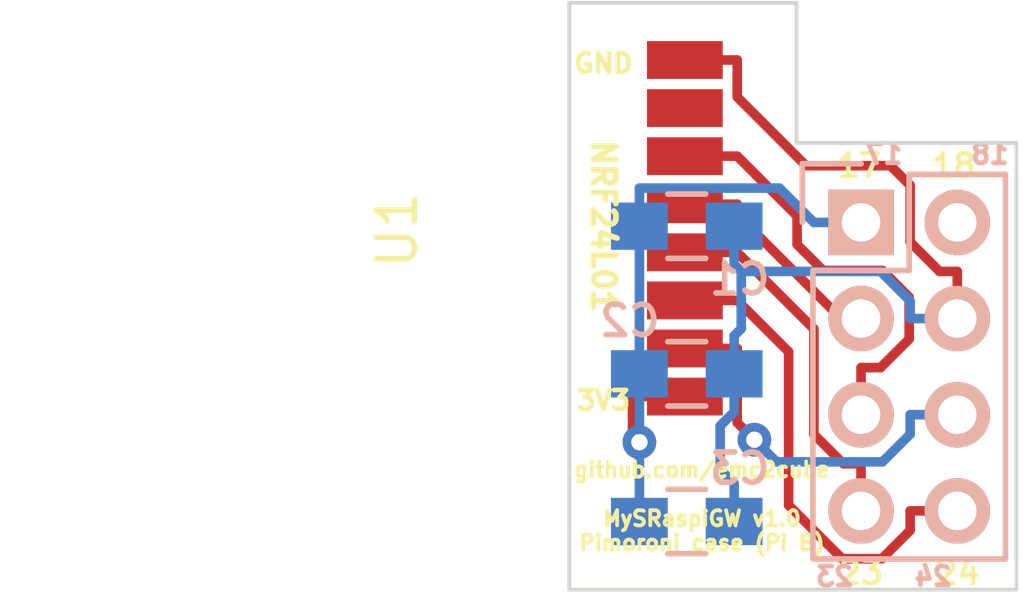
<source format=kicad_pcb>
(kicad_pcb (version 4) (host pcbnew 4.0.2-stable)

  (general
    (links 13)
    (no_connects 0)
    (area 38.070199 30.120199 65.729801 46.0625)
    (thickness 1.6002)
    (drawings 18)
    (tracks 71)
    (zones 0)
    (modules 5)
    (nets 10)
  )

  (page A4)
  (layers
    (0 Top signal)
    (31 Bottom signal)
    (32 B.Adhes user)
    (33 F.Adhes user)
    (34 B.Paste user)
    (35 F.Paste user)
    (36 B.SilkS user)
    (37 F.SilkS user)
    (38 B.Mask user)
    (39 F.Mask user)
    (40 Dwgs.User user)
    (41 Cmts.User user)
    (42 Eco1.User user)
    (43 Eco2.User user)
    (44 Edge.Cuts user)
    (45 Margin user)
    (46 B.CrtYd user)
    (47 F.CrtYd user)
    (48 B.Fab user)
    (49 F.Fab user)
  )

  (setup
    (last_trace_width 0.254)
    (trace_clearance 0.254)
    (zone_clearance 0.508)
    (zone_45_only no)
    (trace_min 0.1524)
    (segment_width 0.2)
    (edge_width 0.1)
    (via_size 0.889)
    (via_drill 0.4318)
    (via_min_size 0.6858)
    (via_min_drill 0.3302)
    (uvia_size 0.762)
    (uvia_drill 0.508)
    (uvias_allowed no)
    (uvia_min_size 0)
    (uvia_min_drill 0)
    (pcb_text_width 0.3)
    (pcb_text_size 1.5 1.5)
    (mod_edge_width 0.15)
    (mod_text_size 1 1)
    (mod_text_width 0.15)
    (pad_size 1 2)
    (pad_drill 0)
    (pad_to_mask_clearance 0)
    (aux_axis_origin 0 0)
    (visible_elements FFFFFFFF)
    (pcbplotparams
      (layerselection 0x010f0_80000001)
      (usegerberextensions true)
      (excludeedgelayer true)
      (linewidth 0.100000)
      (plotframeref false)
      (viasonmask false)
      (mode 1)
      (useauxorigin false)
      (hpglpennumber 1)
      (hpglpenspeed 20)
      (hpglpendiameter 15)
      (hpglpenoverlay 2)
      (psnegative false)
      (psa4output false)
      (plotreference true)
      (plotvalue true)
      (plotinvisibletext false)
      (padsonsilk false)
      (subtractmaskfromsilk false)
      (outputformat 1)
      (mirror false)
      (drillshape 0)
      (scaleselection 1)
      (outputdirectory ""))
  )

  (net 0 "")
  (net 1 +3V3)
  (net 2 GND)
  (net 3 MOSI)
  (net 4 MISO)
  (net 5 CE)
  (net 6 SCK)
  (net 7 CSN)
  (net 8 "Net-(U1-Pad8)")
  (net 9 "Net-(P1-Pad2)")

  (net_class Default "Ceci est la Netclass par défaut"
    (clearance 0.254)
    (trace_width 0.254)
    (via_dia 0.889)
    (via_drill 0.4318)
    (uvia_dia 0.762)
    (uvia_drill 0.508)
    (add_net +3V3)
    (add_net CE)
    (add_net CSN)
    (add_net GND)
    (add_net MISO)
    (add_net MOSI)
    (add_net "Net-(P1-Pad2)")
    (add_net "Net-(U1-Pad8)")
    (add_net SCK)
  )

  (net_class VCC ""
    (clearance 0.3048)
    (trace_width 0.508)
    (via_dia 1.143)
    (via_drill 0.635)
    (uvia_dia 0.762)
    (uvia_drill 0.508)
  )

  (module Capacitors_SMD:C_0805_HandSoldering (layer Bottom) (tedit 574CC7A5) (tstamp 573AD2DE)
    (at 56.5 36.4)
    (descr "Capacitor SMD 0805, hand soldering")
    (tags "capacitor 0805")
    (path /573AD2DF)
    (attr smd)
    (fp_text reference C1 (at 1.4 1.4) (layer B.SilkS)
      (effects (font (size 0.8 0.8) (thickness 0.15)) (justify mirror))
    )
    (fp_text value 0.1µF (at 0 -2.1) (layer B.Fab)
      (effects (font (size 1 1) (thickness 0.15)) (justify mirror))
    )
    (fp_line (start -2.3 1) (end 2.3 1) (layer B.CrtYd) (width 0.05))
    (fp_line (start -2.3 -1) (end 2.3 -1) (layer B.CrtYd) (width 0.05))
    (fp_line (start -2.3 1) (end -2.3 -1) (layer B.CrtYd) (width 0.05))
    (fp_line (start 2.3 1) (end 2.3 -1) (layer B.CrtYd) (width 0.05))
    (fp_line (start 0.5 0.85) (end -0.5 0.85) (layer B.SilkS) (width 0.15))
    (fp_line (start -0.5 -0.85) (end 0.5 -0.85) (layer B.SilkS) (width 0.15))
    (pad 1 smd rect (at -1.25 0) (size 1.5 1.25) (layers Bottom B.Paste B.Mask)
      (net 1 +3V3))
    (pad 2 smd rect (at 1.25 0) (size 1.5 1.25) (layers Bottom B.Paste B.Mask)
      (net 2 GND))
    (model Capacitors_SMD.3dshapes/C_0805_HandSoldering.wrl
      (at (xyz 0 0 0))
      (scale (xyz 1 1 1))
      (rotate (xyz 0 0 0))
    )
  )

  (module Capacitors_SMD:C_0805_HandSoldering (layer Bottom) (tedit 574CC793) (tstamp 573AD2E4)
    (at 56.5 40.3)
    (descr "Capacitor SMD 0805, hand soldering")
    (tags "capacitor 0805")
    (path /5701C54D)
    (attr smd)
    (fp_text reference C2 (at -1.5 -1.4) (layer B.SilkS)
      (effects (font (size 0.8 0.8) (thickness 0.15)) (justify mirror))
    )
    (fp_text value 4.7µF (at 0 -2.1) (layer B.Fab)
      (effects (font (size 1 1) (thickness 0.15)) (justify mirror))
    )
    (fp_line (start -2.3 1) (end 2.3 1) (layer B.CrtYd) (width 0.05))
    (fp_line (start -2.3 -1) (end 2.3 -1) (layer B.CrtYd) (width 0.05))
    (fp_line (start -2.3 1) (end -2.3 -1) (layer B.CrtYd) (width 0.05))
    (fp_line (start 2.3 1) (end 2.3 -1) (layer B.CrtYd) (width 0.05))
    (fp_line (start 0.5 0.85) (end -0.5 0.85) (layer B.SilkS) (width 0.15))
    (fp_line (start -0.5 -0.85) (end 0.5 -0.85) (layer B.SilkS) (width 0.15))
    (pad 1 smd rect (at -1.25 0) (size 1.5 1.25) (layers Bottom B.Paste B.Mask)
      (net 1 +3V3))
    (pad 2 smd rect (at 1.25 0) (size 1.5 1.25) (layers Bottom B.Paste B.Mask)
      (net 2 GND))
    (model Capacitors_SMD.3dshapes/C_0805_HandSoldering.wrl
      (at (xyz 0 0 0))
      (scale (xyz 1 1 1))
      (rotate (xyz 0 0 0))
    )
  )

  (module Capacitors_SMD:C_0805_HandSoldering (layer Bottom) (tedit 574CC79A) (tstamp 573AD2EA)
    (at 56.5 44.2)
    (descr "Capacitor SMD 0805, hand soldering")
    (tags "capacitor 0805")
    (path /573AD311)
    (attr smd)
    (fp_text reference C3 (at 1.4 -1.4) (layer B.SilkS)
      (effects (font (size 0.8 0.8) (thickness 0.15)) (justify mirror))
    )
    (fp_text value 47µF (at 0 -2.1) (layer B.Fab)
      (effects (font (size 1 1) (thickness 0.15)) (justify mirror))
    )
    (fp_line (start -2.3 1) (end 2.3 1) (layer B.CrtYd) (width 0.05))
    (fp_line (start -2.3 -1) (end 2.3 -1) (layer B.CrtYd) (width 0.05))
    (fp_line (start -2.3 1) (end -2.3 -1) (layer B.CrtYd) (width 0.05))
    (fp_line (start 2.3 1) (end 2.3 -1) (layer B.CrtYd) (width 0.05))
    (fp_line (start 0.5 0.85) (end -0.5 0.85) (layer B.SilkS) (width 0.15))
    (fp_line (start -0.5 -0.85) (end 0.5 -0.85) (layer B.SilkS) (width 0.15))
    (pad 1 smd rect (at -1.25 0) (size 1.5 1.25) (layers Bottom B.Paste B.Mask)
      (net 1 +3V3))
    (pad 2 smd rect (at 1.25 0) (size 1.5 1.25) (layers Bottom B.Paste B.Mask)
      (net 2 GND))
    (model Capacitors_SMD.3dshapes/C_0805_HandSoldering.wrl
      (at (xyz 0 0 0))
      (scale (xyz 1 1 1))
      (rotate (xyz 0 0 0))
    )
  )

  (module Socket_Strips:Socket_Strip_Straight_2x04 (layer Bottom) (tedit 574CC74C) (tstamp 574CBF27)
    (at 61.1 36.3 270)
    (descr "Through hole socket strip")
    (tags "socket strip")
    (path /573ACFFE)
    (fp_text reference P1 (at 0.1 0 360) (layer B.SilkS) hide
      (effects (font (size 1 1) (thickness 0.15)) (justify mirror))
    )
    (fp_text value CONN_02X04 (at 0 3.1 270) (layer B.Fab)
      (effects (font (size 1 1) (thickness 0.15)) (justify mirror))
    )
    (fp_line (start -1.75 1.75) (end -1.75 -4.3) (layer B.CrtYd) (width 0.05))
    (fp_line (start 9.4 1.75) (end 9.4 -4.3) (layer B.CrtYd) (width 0.05))
    (fp_line (start -1.75 1.75) (end 9.4 1.75) (layer B.CrtYd) (width 0.05))
    (fp_line (start -1.75 -4.3) (end 9.4 -4.3) (layer B.CrtYd) (width 0.05))
    (fp_line (start 1.27 1.27) (end 8.89 1.27) (layer B.SilkS) (width 0.15))
    (fp_line (start 8.89 1.27) (end 8.89 -3.81) (layer B.SilkS) (width 0.15))
    (fp_line (start 8.89 -3.81) (end -1.27 -3.81) (layer B.SilkS) (width 0.15))
    (fp_line (start -1.27 -3.81) (end -1.27 -1.27) (layer B.SilkS) (width 0.15))
    (fp_line (start 0 1.55) (end -1.55 1.55) (layer B.SilkS) (width 0.15))
    (fp_line (start -1.27 -1.27) (end 1.27 -1.27) (layer B.SilkS) (width 0.15))
    (fp_line (start 1.27 -1.27) (end 1.27 1.27) (layer B.SilkS) (width 0.15))
    (fp_line (start -1.55 1.55) (end -1.55 0) (layer B.SilkS) (width 0.15))
    (pad 1 thru_hole rect (at 0 0 270) (size 1.7272 1.7272) (drill 1.016) (layers *.Cu *.Mask B.SilkS)
      (net 1 +3V3))
    (pad 2 thru_hole oval (at 0 -2.54 270) (size 1.7272 1.7272) (drill 1.016) (layers *.Cu *.Mask B.SilkS)
      (net 9 "Net-(P1-Pad2)"))
    (pad 3 thru_hole oval (at 2.54 0 270) (size 1.7272 1.7272) (drill 1.016) (layers *.Cu *.Mask B.SilkS)
      (net 3 MOSI))
    (pad 4 thru_hole oval (at 2.54 -2.54 270) (size 1.7272 1.7272) (drill 1.016) (layers *.Cu *.Mask B.SilkS)
      (net 2 GND))
    (pad 5 thru_hole oval (at 5.08 0 270) (size 1.7272 1.7272) (drill 1.016) (layers *.Cu *.Mask B.SilkS)
      (net 4 MISO))
    (pad 6 thru_hole oval (at 5.08 -2.54 270) (size 1.7272 1.7272) (drill 1.016) (layers *.Cu *.Mask B.SilkS)
      (net 5 CE))
    (pad 7 thru_hole oval (at 7.62 0 270) (size 1.7272 1.7272) (drill 1.016) (layers *.Cu *.Mask B.SilkS)
      (net 6 SCK))
    (pad 8 thru_hole oval (at 7.62 -2.54 270) (size 1.7272 1.7272) (drill 1.016) (layers *.Cu *.Mask B.SilkS)
      (net 7 CSN))
    (model Socket_Strips.3dshapes/Socket_Strip_Straight_2x04.wrl
      (at (xyz 0.15 -0.05 0))
      (scale (xyz 1 1 1))
      (rotate (xyz 0 0 180))
    )
  )

  (module mysensors_radios:NRF24L01_PA_LNA-SMD (layer Top) (tedit 574A9E44) (tstamp 5765B8B9)
    (at 47.75 36.5 90)
    (path /56F8DB79)
    (fp_text reference U1 (at 0 1.1 90) (layer F.SilkS)
      (effects (font (size 1 1) (thickness 0.15)))
    )
    (fp_text value NRF24L01 (at 0 -4.8 90) (layer F.Fab)
      (effects (font (size 1 1) (thickness 0.15)))
    )
    (fp_line (start -6 -2.8) (end 6 -2.8) (layer F.CrtYd) (width 0.15))
    (fp_line (start -6 8.7) (end -6 -9.3) (layer F.CrtYd) (width 0.15))
    (fp_line (start 6 8.7) (end -6 8.7) (layer F.CrtYd) (width 0.15))
    (fp_line (start 6 -9.3) (end 6 8.7) (layer F.CrtYd) (width 0.15))
    (fp_line (start -6 -9.3) (end 6 -9.3) (layer F.CrtYd) (width 0.15))
    (pad 2 smd rect (at -4.4 8.7 90) (size 1 2) (layers Top F.Paste F.Mask)
      (net 1 +3V3))
    (pad 3 smd rect (at -3.13 8.7 90) (size 1 2) (layers Top F.Paste F.Mask)
      (net 5 CE))
    (pad 4 smd rect (at -1.86 8.7 90) (size 1 2) (layers Top F.Paste F.Mask)
      (net 7 CSN))
    (pad 5 smd rect (at -0.59 8.7 90) (size 1 2) (layers Top F.Paste F.Mask)
      (net 6 SCK))
    (pad 6 smd rect (at 0.68 8.7 90) (size 1 2) (layers Top F.Paste F.Mask)
      (net 3 MOSI))
    (pad 7 smd rect (at 1.95 8.7 90) (size 1 2) (layers Top F.Paste F.Mask)
      (net 4 MISO))
    (pad 8 smd rect (at 3.22 8.7 90) (size 1 2) (layers Top F.Paste F.Mask)
      (net 8 "Net-(U1-Pad8)"))
    (pad 1 smd rect (at 4.49 8.7 90) (size 1 2) (layers Top F.Paste F.Mask)
      (net 2 GND))
    (model ${MYSLOCAL}/mysensors.3dshapes/mysensors_radios.3dshapes/nrf24smd.wrl
      (at (xyz -5.7625 2.9 0.03))
      (scale (xyz 0.395 0.395 0.395))
      (rotate (xyz 0 0 0))
    )
    (model Housings_DFN_QFN.3dshapes/QFN-20-1EP_5x5mm_Pitch0.65mm.wrl
      (at (xyz 0.0165 -0.109 0.062))
      (scale (xyz 1 1 1))
      (rotate (xyz 0 0 0))
    )
  )

  (gr_line (start 59.4 30.5) (end 59.4 34.2) (angle 90) (layer Edge.Cuts) (width 0.1))
  (gr_line (start 53.4 30.5) (end 59.4 30.5) (angle 90) (layer Edge.Cuts) (width 0.1))
  (gr_line (start 53.4 46) (end 53.4 30.5) (angle 90) (layer Edge.Cuts) (width 0.1))
  (gr_line (start 65.2 46) (end 53.4 46) (angle 90) (layer Edge.Cuts) (width 0.1))
  (gr_line (start 65.2 34.2) (end 65.2 46) (angle 90) (layer Edge.Cuts) (width 0.1))
  (gr_line (start 59.4 34.2) (end 65.2 34.2) (angle 90) (layer Edge.Cuts) (width 0.1))
  (gr_text 3V3 (at 54.3 41) (layer F.SilkS)
    (effects (font (size 0.5 0.5) (thickness 0.125)))
  )
  (gr_text GND (at 54.3 32.1) (layer F.SilkS)
    (effects (font (size 0.5 0.5) (thickness 0.125)))
  )
  (gr_text "github.com/emc2cube\n\nMySRaspiGW v1.0\nPimoroni case (Pi B)" (at 56.9 43.8) (layer F.SilkS)
    (effects (font (size 0.4 0.4) (thickness 0.1)))
  )
  (gr_text NRF24L01 (at 54.3 36.4 270) (layer F.SilkS)
    (effects (font (size 0.6 0.6) (thickness 0.15)))
  )
  (gr_text 23 (at 60.4 45.65) (layer B.SilkS)
    (effects (font (size 0.5 0.5) (thickness 0.125)) (justify mirror))
  )
  (gr_text 24 (at 63 45.65) (layer B.SilkS)
    (effects (font (size 0.5 0.5) (thickness 0.125)) (justify mirror))
  )
  (gr_text 18 (at 63.55 34.8) (layer F.SilkS)
    (effects (font (size 0.6 0.6) (thickness 0.125)))
  )
  (gr_text 17 (at 61.05 34.8) (layer F.SilkS)
    (effects (font (size 0.6 0.6) (thickness 0.125)))
  )
  (gr_text 23 (at 61.1 45.55) (layer F.SilkS)
    (effects (font (size 0.6 0.6) (thickness 0.125)))
  )
  (gr_text 24 (at 63.65 45.55) (layer F.SilkS)
    (effects (font (size 0.6 0.6) (thickness 0.125)))
  )
  (gr_text 18 (at 64.5 34.5) (layer B.SilkS)
    (effects (font (size 0.5 0.5) (thickness 0.125)) (justify mirror))
  )
  (gr_text 17 (at 61.7 34.5) (layer B.SilkS)
    (effects (font (size 0.5 0.5) (thickness 0.125)) (justify mirror))
  )

  (via (at 55.25 42.1056) (size 0.889) (layers Top Bottom) (net 1))
  (segment (start 58.9488 35.3937) (end 55.25 35.3937) (width 0.254) (layer Bottom) (net 1))
  (segment (start 59.8551 36.3) (end 58.9488 35.3937) (width 0.254) (layer Bottom) (net 1))
  (segment (start 61.1 36.3) (end 59.8551 36.3) (width 0.254) (layer Bottom) (net 1))
  (segment (start 55.25 36.4) (end 55.25 35.3937) (width 0.254) (layer Bottom) (net 1))
  (segment (start 55.25 40.3) (end 55.25 36.4) (width 0.254) (layer Bottom) (net 1))
  (segment (start 56.45 40.9) (end 55.0687 40.9) (width 0.254) (layer Top) (net 1))
  (segment (start 55.0687 41.9243) (end 55.25 42.1056) (width 0.254) (layer Top) (net 1))
  (segment (start 55.0687 40.9) (end 55.0687 41.9243) (width 0.254) (layer Top) (net 1))
  (segment (start 55.25 40.3) (end 55.25 42.1056) (width 0.254) (layer Bottom) (net 1))
  (segment (start 55.25 42.1056) (end 55.25 44.2) (width 0.254) (layer Bottom) (net 1))
  (segment (start 63.64 38.84) (end 62.3951 38.84) (width 0.254) (layer Bottom) (net 2))
  (segment (start 57.75 36.4) (end 57.75 37.4063) (width 0.254) (layer Bottom) (net 2))
  (segment (start 61.6171 37.5951) (end 57.9388 37.5951) (width 0.254) (layer Bottom) (net 2))
  (segment (start 62.3951 38.3731) (end 61.6171 37.5951) (width 0.254) (layer Bottom) (net 2))
  (segment (start 62.3951 38.84) (end 62.3951 38.3731) (width 0.254) (layer Bottom) (net 2))
  (segment (start 57.9388 37.5951) (end 57.75 37.4063) (width 0.254) (layer Bottom) (net 2))
  (segment (start 57.9388 39.1049) (end 57.9388 37.5951) (width 0.254) (layer Bottom) (net 2))
  (segment (start 57.75 39.2937) (end 57.9388 39.1049) (width 0.254) (layer Bottom) (net 2))
  (segment (start 57.75 40.3) (end 57.75 39.2937) (width 0.254) (layer Bottom) (net 2))
  (segment (start 57.8313 32.9864) (end 57.8313 32.01) (width 0.254) (layer Top) (net 2))
  (segment (start 59.6464 34.8015) (end 57.8313 32.9864) (width 0.254) (layer Top) (net 2))
  (segment (start 61.8771 34.8015) (end 59.6464 34.8015) (width 0.254) (layer Top) (net 2))
  (segment (start 62.3951 35.3195) (end 61.8771 34.8015) (width 0.254) (layer Top) (net 2))
  (segment (start 62.3951 36.8171) (end 62.3951 35.3195) (width 0.254) (layer Top) (net 2))
  (segment (start 63.1731 37.5951) (end 62.3951 36.8171) (width 0.254) (layer Top) (net 2))
  (segment (start 63.64 37.5951) (end 63.1731 37.5951) (width 0.254) (layer Top) (net 2))
  (segment (start 63.64 38.84) (end 63.64 37.5951) (width 0.254) (layer Top) (net 2))
  (segment (start 56.45 32.01) (end 57.8313 32.01) (width 0.254) (layer Top) (net 2))
  (segment (start 57.3809 42.8246) (end 57.75 43.1937) (width 0.254) (layer Bottom) (net 2))
  (segment (start 57.3809 41.6754) (end 57.3809 42.8246) (width 0.254) (layer Bottom) (net 2))
  (segment (start 57.75 41.3063) (end 57.3809 41.6754) (width 0.254) (layer Bottom) (net 2))
  (segment (start 57.75 40.3) (end 57.75 41.3063) (width 0.254) (layer Bottom) (net 2))
  (segment (start 57.75 44.2) (end 57.75 43.1937) (width 0.254) (layer Bottom) (net 2))
  (segment (start 60.5762 38.84) (end 61.1 38.84) (width 0.254) (layer Top) (net 3))
  (segment (start 57.8313 36.0951) (end 60.5762 38.84) (width 0.254) (layer Top) (net 3))
  (segment (start 57.8313 35.82) (end 57.8313 36.0951) (width 0.254) (layer Top) (net 3))
  (segment (start 56.45 35.82) (end 57.8313 35.82) (width 0.254) (layer Top) (net 3))
  (segment (start 61.6158 40.1351) (end 61.1 40.1351) (width 0.254) (layer Top) (net 4))
  (segment (start 62.37 39.3809) (end 61.6158 40.1351) (width 0.254) (layer Top) (net 4))
  (segment (start 62.37 38.2745) (end 62.37 39.3809) (width 0.254) (layer Top) (net 4))
  (segment (start 61.6655 37.57) (end 62.37 38.2745) (width 0.254) (layer Top) (net 4))
  (segment (start 60.0981 37.57) (end 61.6655 37.57) (width 0.254) (layer Top) (net 4))
  (segment (start 59.4123 36.8842) (end 60.0981 37.57) (width 0.254) (layer Top) (net 4))
  (segment (start 59.4123 36.131) (end 59.4123 36.8842) (width 0.254) (layer Top) (net 4))
  (segment (start 57.8313 34.55) (end 59.4123 36.131) (width 0.254) (layer Top) (net 4))
  (segment (start 56.45 34.55) (end 57.8313 34.55) (width 0.254) (layer Top) (net 4))
  (segment (start 61.1 41.38) (end 61.1 40.1351) (width 0.254) (layer Top) (net 4))
  (via (at 58.2849 42.04) (size 0.889) (layers Top Bottom) (net 5))
  (segment (start 57.8313 41.5864) (end 58.2849 42.04) (width 0.254) (layer Top) (net 5))
  (segment (start 57.8313 39.63) (end 57.8313 41.5864) (width 0.254) (layer Top) (net 5))
  (segment (start 62.3951 41.8958) (end 62.3951 41.38) (width 0.254) (layer Bottom) (net 5))
  (segment (start 61.6659 42.625) (end 62.3951 41.8958) (width 0.254) (layer Bottom) (net 5))
  (segment (start 58.8699 42.625) (end 61.6659 42.625) (width 0.254) (layer Bottom) (net 5))
  (segment (start 58.2849 42.04) (end 58.8699 42.625) (width 0.254) (layer Bottom) (net 5))
  (segment (start 56.45 39.63) (end 57.8313 39.63) (width 0.254) (layer Top) (net 5))
  (segment (start 63.64 41.38) (end 62.3951 41.38) (width 0.254) (layer Bottom) (net 5))
  (segment (start 59.8551 39.1138) (end 57.8313 37.09) (width 0.254) (layer Top) (net 6))
  (segment (start 59.8551 41.8971) (end 59.8551 39.1138) (width 0.254) (layer Top) (net 6))
  (segment (start 60.6331 42.6751) (end 59.8551 41.8971) (width 0.254) (layer Top) (net 6))
  (segment (start 61.1 42.6751) (end 60.6331 42.6751) (width 0.254) (layer Top) (net 6))
  (segment (start 61.1 43.92) (end 61.1 42.6751) (width 0.254) (layer Top) (net 6))
  (segment (start 56.45 37.09) (end 57.8313 37.09) (width 0.254) (layer Top) (net 6))
  (segment (start 56.45 38.36) (end 57.8313 38.36) (width 0.254) (layer Top) (net 7))
  (segment (start 63.64 43.92) (end 62.3951 43.92) (width 0.254) (layer Top) (net 7))
  (segment (start 59.1889 39.7176) (end 57.8313 38.36) (width 0.254) (layer Top) (net 7))
  (segment (start 59.1889 43.7699) (end 59.1889 39.7176) (width 0.254) (layer Top) (net 7))
  (segment (start 60.6011 45.1821) (end 59.1889 43.7699) (width 0.254) (layer Top) (net 7))
  (segment (start 61.6488 45.1821) (end 60.6011 45.1821) (width 0.254) (layer Top) (net 7))
  (segment (start 62.3951 44.4358) (end 61.6488 45.1821) (width 0.254) (layer Top) (net 7))
  (segment (start 62.3951 43.92) (end 62.3951 44.4358) (width 0.254) (layer Top) (net 7))

)

</source>
